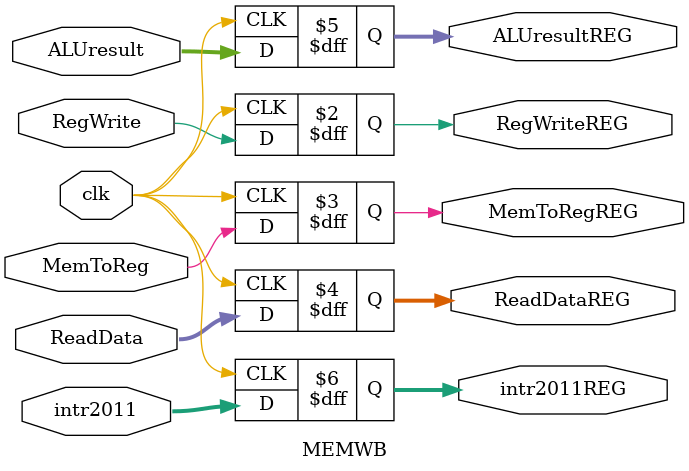
<source format=v>
module MEMWB(RegWrite,MemToReg,clk,RegWriteREG,MemToRegREG,
		ReadData,ALUresult,intr2011,ReadDataREG,ALUresultREG,intr2011REG);
input clk;
input RegWrite,MemToReg;
input [31:0]ReadData,ALUresult;
input [4:0]intr2011;

output reg RegWriteREG,MemToRegREG;
output reg[31:0]ReadDataREG,ALUresultREG;
output reg[4:0]intr2011REG;
always@(posedge clk)
begin
//WB
RegWriteREG=RegWrite;
MemToRegREG=MemToReg;
//else
ReadDataREG=ReadData;
ALUresultREG=ALUresult;
intr2011REG=intr2011;

end
endmodule

</source>
